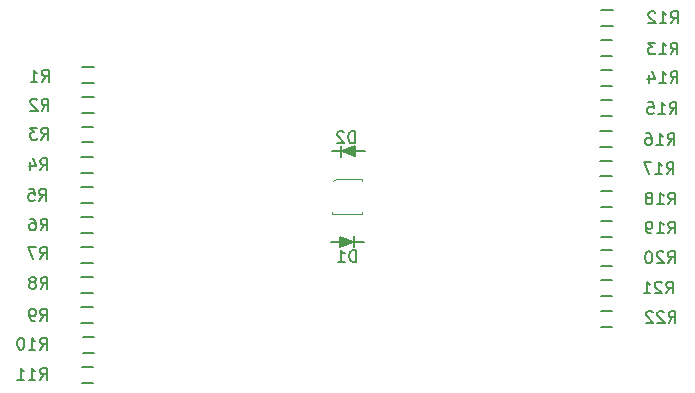
<source format=gbo>
G04 #@! TF.FileFunction,Legend,Bot*
%FSLAX46Y46*%
G04 Gerber Fmt 4.6, Leading zero omitted, Abs format (unit mm)*
G04 Created by KiCad (PCBNEW 4.0.1-stable) date 2/18/2017 12:31:51 AM*
%MOMM*%
G01*
G04 APERTURE LIST*
%ADD10C,0.100000*%
%ADD11C,0.150000*%
%ADD12C,0.050000*%
G04 APERTURE END LIST*
D10*
D11*
X-500000Y3842000D02*
X-1300000Y3842000D01*
X800000Y3842000D02*
X1500000Y3842000D01*
X-100000Y3842000D02*
X600000Y3542000D01*
X600000Y3542000D02*
X0Y3942000D01*
X0Y3942000D02*
X600000Y3642000D01*
X600000Y3642000D02*
X200000Y3942000D01*
X200000Y3942000D02*
X600000Y3742000D01*
X600000Y3742000D02*
X300000Y4042000D01*
X300000Y4042000D02*
X600000Y3842000D01*
X600000Y3842000D02*
X600000Y4142000D01*
X600000Y4142000D02*
X500000Y4042000D01*
X500000Y4042000D02*
X200000Y3942000D01*
X200000Y3942000D02*
X200000Y3842000D01*
X-500000Y3342000D02*
X-500000Y4242000D01*
X700000Y3442000D02*
X700000Y4242000D01*
X700000Y4242000D02*
X-400000Y3842000D01*
X-400000Y3842000D02*
X700000Y3442000D01*
X627000Y-3842000D02*
X1427000Y-3842000D01*
X-673000Y-3842000D02*
X-1373000Y-3842000D01*
X227000Y-3842000D02*
X-473000Y-3542000D01*
X-473000Y-3542000D02*
X127000Y-3942000D01*
X127000Y-3942000D02*
X-473000Y-3642000D01*
X-473000Y-3642000D02*
X-73000Y-3942000D01*
X-73000Y-3942000D02*
X-473000Y-3742000D01*
X-473000Y-3742000D02*
X-173000Y-4042000D01*
X-173000Y-4042000D02*
X-473000Y-3842000D01*
X-473000Y-3842000D02*
X-473000Y-4142000D01*
X-473000Y-4142000D02*
X-373000Y-4042000D01*
X-373000Y-4042000D02*
X-73000Y-3942000D01*
X-73000Y-3942000D02*
X-73000Y-3842000D01*
X627000Y-3342000D02*
X627000Y-4242000D01*
X-573000Y-3442000D02*
X-573000Y-4242000D01*
X-573000Y-4242000D02*
X527000Y-3842000D01*
X527000Y-3842000D02*
X-573000Y-3442000D01*
X-21445600Y10962000D02*
X-22445600Y10962000D01*
X-22445600Y9612000D02*
X-21445600Y9612000D01*
X-21445600Y8396600D02*
X-22445600Y8396600D01*
X-22445600Y7046600D02*
X-21445600Y7046600D01*
X-21471000Y5932800D02*
X-22471000Y5932800D01*
X-22471000Y4582800D02*
X-21471000Y4582800D01*
X-21534500Y3354700D02*
X-22534500Y3354700D01*
X-22534500Y2004700D02*
X-21534500Y2004700D01*
X-21506560Y796920D02*
X-22506560Y796920D01*
X-22506560Y-553080D02*
X-21506560Y-553080D01*
X-21506560Y-1722760D02*
X-22506560Y-1722760D01*
X-22506560Y-3072760D02*
X-21506560Y-3072760D01*
X-21491320Y-4237360D02*
X-22491320Y-4237360D01*
X-22491320Y-5587360D02*
X-21491320Y-5587360D01*
X-21521800Y-6797680D02*
X-22521800Y-6797680D01*
X-22521800Y-8147680D02*
X-21521800Y-8147680D01*
X-21537040Y-9337680D02*
X-22537040Y-9337680D01*
X-22537040Y-10687680D02*
X-21537040Y-10687680D01*
X-21384640Y-11898000D02*
X-22384640Y-11898000D01*
X-22384640Y-13248000D02*
X-21384640Y-13248000D01*
X-21476080Y-14412600D02*
X-22476080Y-14412600D01*
X-22476080Y-15762600D02*
X-21476080Y-15762600D01*
X22500000Y15775000D02*
X21500000Y15775000D01*
X21500000Y14425000D02*
X22500000Y14425000D01*
X22475000Y13250000D02*
X21475000Y13250000D01*
X21475000Y11900000D02*
X22475000Y11900000D01*
X22475000Y10725000D02*
X21475000Y10725000D01*
X21475000Y9375000D02*
X22475000Y9375000D01*
X22475000Y8175000D02*
X21475000Y8175000D01*
X21475000Y6825000D02*
X22475000Y6825000D01*
X22450000Y5575000D02*
X21450000Y5575000D01*
X21450000Y4225000D02*
X22450000Y4225000D01*
X22450000Y3050000D02*
X21450000Y3050000D01*
X21450000Y1700000D02*
X22450000Y1700000D01*
X22475000Y500000D02*
X21475000Y500000D01*
X21475000Y-850000D02*
X22475000Y-850000D01*
X22475000Y-2050000D02*
X21475000Y-2050000D01*
X21475000Y-3400000D02*
X22475000Y-3400000D01*
X22475000Y-4550000D02*
X21475000Y-4550000D01*
X21475000Y-5900000D02*
X22475000Y-5900000D01*
X22475000Y-7075000D02*
X21475000Y-7075000D01*
X21475000Y-8425000D02*
X22475000Y-8425000D01*
X22475000Y-9675000D02*
X21475000Y-9675000D01*
X21475000Y-11025000D02*
X22475000Y-11025000D01*
D12*
X1300000Y-1300000D02*
X1300000Y-1500000D01*
X1300000Y-1500000D02*
X-1300000Y-1500000D01*
X-1300000Y-1500000D02*
X-1300000Y-1300000D01*
X1300000Y1300000D02*
X1300000Y1500000D01*
X1300000Y1500000D02*
X-900000Y1500000D01*
X-900000Y1500000D02*
X-1200000Y1300000D01*
D11*
X672055Y4526019D02*
X672055Y5526019D01*
X433960Y5526019D01*
X291102Y5478400D01*
X195864Y5383162D01*
X148245Y5287924D01*
X100626Y5097448D01*
X100626Y4954590D01*
X148245Y4764114D01*
X195864Y4668876D01*
X291102Y4573638D01*
X433960Y4526019D01*
X672055Y4526019D01*
X-280326Y5430781D02*
X-327945Y5478400D01*
X-423183Y5526019D01*
X-661279Y5526019D01*
X-756517Y5478400D01*
X-804136Y5430781D01*
X-851755Y5335543D01*
X-851755Y5240305D01*
X-804136Y5097448D01*
X-232707Y4526019D01*
X-851755Y4526019D01*
X738095Y-5532381D02*
X738095Y-4532381D01*
X500000Y-4532381D01*
X357142Y-4580000D01*
X261904Y-4675238D01*
X214285Y-4770476D01*
X166666Y-4960952D01*
X166666Y-5103810D01*
X214285Y-5294286D01*
X261904Y-5389524D01*
X357142Y-5484762D01*
X500000Y-5532381D01*
X738095Y-5532381D01*
X-785715Y-5532381D02*
X-214286Y-5532381D01*
X-500000Y-5532381D02*
X-500000Y-4532381D01*
X-404762Y-4675238D01*
X-309524Y-4770476D01*
X-214286Y-4818095D01*
X-25848014Y9727939D02*
X-25514680Y10204130D01*
X-25276585Y9727939D02*
X-25276585Y10727939D01*
X-25657538Y10727939D01*
X-25752776Y10680320D01*
X-25800395Y10632701D01*
X-25848014Y10537463D01*
X-25848014Y10394606D01*
X-25800395Y10299368D01*
X-25752776Y10251749D01*
X-25657538Y10204130D01*
X-25276585Y10204130D01*
X-26800395Y9727939D02*
X-26228966Y9727939D01*
X-26514680Y9727939D02*
X-26514680Y10727939D01*
X-26419442Y10585082D01*
X-26324204Y10489844D01*
X-26228966Y10442225D01*
X-25868334Y7269219D02*
X-25535000Y7745410D01*
X-25296905Y7269219D02*
X-25296905Y8269219D01*
X-25677858Y8269219D01*
X-25773096Y8221600D01*
X-25820715Y8173981D01*
X-25868334Y8078743D01*
X-25868334Y7935886D01*
X-25820715Y7840648D01*
X-25773096Y7793029D01*
X-25677858Y7745410D01*
X-25296905Y7745410D01*
X-26249286Y8173981D02*
X-26296905Y8221600D01*
X-26392143Y8269219D01*
X-26630239Y8269219D01*
X-26725477Y8221600D01*
X-26773096Y8173981D01*
X-26820715Y8078743D01*
X-26820715Y7983505D01*
X-26773096Y7840648D01*
X-26201667Y7269219D01*
X-26820715Y7269219D01*
X-25888654Y4830819D02*
X-25555320Y5307010D01*
X-25317225Y4830819D02*
X-25317225Y5830819D01*
X-25698178Y5830819D01*
X-25793416Y5783200D01*
X-25841035Y5735581D01*
X-25888654Y5640343D01*
X-25888654Y5497486D01*
X-25841035Y5402248D01*
X-25793416Y5354629D01*
X-25698178Y5307010D01*
X-25317225Y5307010D01*
X-26221987Y5830819D02*
X-26841035Y5830819D01*
X-26507701Y5449867D01*
X-26650559Y5449867D01*
X-26745797Y5402248D01*
X-26793416Y5354629D01*
X-26841035Y5259390D01*
X-26841035Y5021295D01*
X-26793416Y4926057D01*
X-26745797Y4878438D01*
X-26650559Y4830819D01*
X-26364844Y4830819D01*
X-26269606Y4878438D01*
X-26221987Y4926057D01*
X-25969934Y2229859D02*
X-25636600Y2706050D01*
X-25398505Y2229859D02*
X-25398505Y3229859D01*
X-25779458Y3229859D01*
X-25874696Y3182240D01*
X-25922315Y3134621D01*
X-25969934Y3039383D01*
X-25969934Y2896526D01*
X-25922315Y2801288D01*
X-25874696Y2753669D01*
X-25779458Y2706050D01*
X-25398505Y2706050D01*
X-26827077Y2896526D02*
X-26827077Y2229859D01*
X-26588981Y3277478D02*
X-26350886Y2563192D01*
X-26969934Y2563192D01*
X-26051214Y-350781D02*
X-25717880Y125410D01*
X-25479785Y-350781D02*
X-25479785Y649219D01*
X-25860738Y649219D01*
X-25955976Y601600D01*
X-26003595Y553981D01*
X-26051214Y458743D01*
X-26051214Y315886D01*
X-26003595Y220648D01*
X-25955976Y173029D01*
X-25860738Y125410D01*
X-25479785Y125410D01*
X-26955976Y649219D02*
X-26479785Y649219D01*
X-26432166Y173029D01*
X-26479785Y220648D01*
X-26575023Y268267D01*
X-26813119Y268267D01*
X-26908357Y220648D01*
X-26955976Y173029D01*
X-27003595Y77790D01*
X-27003595Y-160305D01*
X-26955976Y-255543D01*
X-26908357Y-303162D01*
X-26813119Y-350781D01*
X-26575023Y-350781D01*
X-26479785Y-303162D01*
X-26432166Y-255543D01*
X-25949614Y-2870461D02*
X-25616280Y-2394270D01*
X-25378185Y-2870461D02*
X-25378185Y-1870461D01*
X-25759138Y-1870461D01*
X-25854376Y-1918080D01*
X-25901995Y-1965699D01*
X-25949614Y-2060937D01*
X-25949614Y-2203794D01*
X-25901995Y-2299032D01*
X-25854376Y-2346651D01*
X-25759138Y-2394270D01*
X-25378185Y-2394270D01*
X-26806757Y-1870461D02*
X-26616280Y-1870461D01*
X-26521042Y-1918080D01*
X-26473423Y-1965699D01*
X-26378185Y-2108556D01*
X-26330566Y-2299032D01*
X-26330566Y-2679985D01*
X-26378185Y-2775223D01*
X-26425804Y-2822842D01*
X-26521042Y-2870461D01*
X-26711519Y-2870461D01*
X-26806757Y-2822842D01*
X-26854376Y-2775223D01*
X-26901995Y-2679985D01*
X-26901995Y-2441890D01*
X-26854376Y-2346651D01*
X-26806757Y-2299032D01*
X-26711519Y-2251413D01*
X-26521042Y-2251413D01*
X-26425804Y-2299032D01*
X-26378185Y-2346651D01*
X-26330566Y-2441890D01*
X-26010574Y-5288541D02*
X-25677240Y-4812350D01*
X-25439145Y-5288541D02*
X-25439145Y-4288541D01*
X-25820098Y-4288541D01*
X-25915336Y-4336160D01*
X-25962955Y-4383779D01*
X-26010574Y-4479017D01*
X-26010574Y-4621874D01*
X-25962955Y-4717112D01*
X-25915336Y-4764731D01*
X-25820098Y-4812350D01*
X-25439145Y-4812350D01*
X-26343907Y-4288541D02*
X-27010574Y-4288541D01*
X-26582002Y-5288541D01*
X-25949614Y-7828541D02*
X-25616280Y-7352350D01*
X-25378185Y-7828541D02*
X-25378185Y-6828541D01*
X-25759138Y-6828541D01*
X-25854376Y-6876160D01*
X-25901995Y-6923779D01*
X-25949614Y-7019017D01*
X-25949614Y-7161874D01*
X-25901995Y-7257112D01*
X-25854376Y-7304731D01*
X-25759138Y-7352350D01*
X-25378185Y-7352350D01*
X-26521042Y-7257112D02*
X-26425804Y-7209493D01*
X-26378185Y-7161874D01*
X-26330566Y-7066636D01*
X-26330566Y-7019017D01*
X-26378185Y-6923779D01*
X-26425804Y-6876160D01*
X-26521042Y-6828541D01*
X-26711519Y-6828541D01*
X-26806757Y-6876160D01*
X-26854376Y-6923779D01*
X-26901995Y-7019017D01*
X-26901995Y-7066636D01*
X-26854376Y-7161874D01*
X-26806757Y-7209493D01*
X-26711519Y-7257112D01*
X-26521042Y-7257112D01*
X-26425804Y-7304731D01*
X-26378185Y-7352350D01*
X-26330566Y-7447589D01*
X-26330566Y-7638065D01*
X-26378185Y-7733303D01*
X-26425804Y-7780922D01*
X-26521042Y-7828541D01*
X-26711519Y-7828541D01*
X-26806757Y-7780922D01*
X-26854376Y-7733303D01*
X-26901995Y-7638065D01*
X-26901995Y-7447589D01*
X-26854376Y-7352350D01*
X-26806757Y-7304731D01*
X-26711519Y-7257112D01*
X-25969934Y-10510781D02*
X-25636600Y-10034590D01*
X-25398505Y-10510781D02*
X-25398505Y-9510781D01*
X-25779458Y-9510781D01*
X-25874696Y-9558400D01*
X-25922315Y-9606019D01*
X-25969934Y-9701257D01*
X-25969934Y-9844114D01*
X-25922315Y-9939352D01*
X-25874696Y-9986971D01*
X-25779458Y-10034590D01*
X-25398505Y-10034590D01*
X-26446124Y-10510781D02*
X-26636600Y-10510781D01*
X-26731839Y-10463162D01*
X-26779458Y-10415543D01*
X-26874696Y-10272686D01*
X-26922315Y-10082210D01*
X-26922315Y-9701257D01*
X-26874696Y-9606019D01*
X-26827077Y-9558400D01*
X-26731839Y-9510781D01*
X-26541362Y-9510781D01*
X-26446124Y-9558400D01*
X-26398505Y-9606019D01*
X-26350886Y-9701257D01*
X-26350886Y-9939352D01*
X-26398505Y-10034590D01*
X-26446124Y-10082210D01*
X-26541362Y-10129829D01*
X-26731839Y-10129829D01*
X-26827077Y-10082210D01*
X-26874696Y-10034590D01*
X-26922315Y-9939352D01*
X-26001743Y-12949181D02*
X-25668409Y-12472990D01*
X-25430314Y-12949181D02*
X-25430314Y-11949181D01*
X-25811267Y-11949181D01*
X-25906505Y-11996800D01*
X-25954124Y-12044419D01*
X-26001743Y-12139657D01*
X-26001743Y-12282514D01*
X-25954124Y-12377752D01*
X-25906505Y-12425371D01*
X-25811267Y-12472990D01*
X-25430314Y-12472990D01*
X-26954124Y-12949181D02*
X-26382695Y-12949181D01*
X-26668409Y-12949181D02*
X-26668409Y-11949181D01*
X-26573171Y-12092038D01*
X-26477933Y-12187276D01*
X-26382695Y-12234895D01*
X-27573171Y-11949181D02*
X-27668410Y-11949181D01*
X-27763648Y-11996800D01*
X-27811267Y-12044419D01*
X-27858886Y-12139657D01*
X-27906505Y-12330133D01*
X-27906505Y-12568229D01*
X-27858886Y-12758705D01*
X-27811267Y-12853943D01*
X-27763648Y-12901562D01*
X-27668410Y-12949181D01*
X-27573171Y-12949181D01*
X-27477933Y-12901562D01*
X-27430314Y-12853943D01*
X-27382695Y-12758705D01*
X-27335076Y-12568229D01*
X-27335076Y-12330133D01*
X-27382695Y-12139657D01*
X-27430314Y-12044419D01*
X-27477933Y-11996800D01*
X-27573171Y-11949181D01*
X-26001743Y-15509501D02*
X-25668409Y-15033310D01*
X-25430314Y-15509501D02*
X-25430314Y-14509501D01*
X-25811267Y-14509501D01*
X-25906505Y-14557120D01*
X-25954124Y-14604739D01*
X-26001743Y-14699977D01*
X-26001743Y-14842834D01*
X-25954124Y-14938072D01*
X-25906505Y-14985691D01*
X-25811267Y-15033310D01*
X-25430314Y-15033310D01*
X-26954124Y-15509501D02*
X-26382695Y-15509501D01*
X-26668409Y-15509501D02*
X-26668409Y-14509501D01*
X-26573171Y-14652358D01*
X-26477933Y-14747596D01*
X-26382695Y-14795215D01*
X-27906505Y-15509501D02*
X-27335076Y-15509501D01*
X-27620790Y-15509501D02*
X-27620790Y-14509501D01*
X-27525552Y-14652358D01*
X-27430314Y-14747596D01*
X-27335076Y-14795215D01*
X27419537Y14670779D02*
X27752871Y15146970D01*
X27990966Y14670779D02*
X27990966Y15670779D01*
X27610013Y15670779D01*
X27514775Y15623160D01*
X27467156Y15575541D01*
X27419537Y15480303D01*
X27419537Y15337446D01*
X27467156Y15242208D01*
X27514775Y15194589D01*
X27610013Y15146970D01*
X27990966Y15146970D01*
X26467156Y14670779D02*
X27038585Y14670779D01*
X26752871Y14670779D02*
X26752871Y15670779D01*
X26848109Y15527922D01*
X26943347Y15432684D01*
X27038585Y15385065D01*
X26086204Y15575541D02*
X26038585Y15623160D01*
X25943347Y15670779D01*
X25705251Y15670779D01*
X25610013Y15623160D01*
X25562394Y15575541D01*
X25514775Y15480303D01*
X25514775Y15385065D01*
X25562394Y15242208D01*
X26133823Y14670779D01*
X25514775Y14670779D01*
X27389057Y12034259D02*
X27722391Y12510450D01*
X27960486Y12034259D02*
X27960486Y13034259D01*
X27579533Y13034259D01*
X27484295Y12986640D01*
X27436676Y12939021D01*
X27389057Y12843783D01*
X27389057Y12700926D01*
X27436676Y12605688D01*
X27484295Y12558069D01*
X27579533Y12510450D01*
X27960486Y12510450D01*
X26436676Y12034259D02*
X27008105Y12034259D01*
X26722391Y12034259D02*
X26722391Y13034259D01*
X26817629Y12891402D01*
X26912867Y12796164D01*
X27008105Y12748545D01*
X26103343Y13034259D02*
X25484295Y13034259D01*
X25817629Y12653307D01*
X25674771Y12653307D01*
X25579533Y12605688D01*
X25531914Y12558069D01*
X25484295Y12462830D01*
X25484295Y12224735D01*
X25531914Y12129497D01*
X25579533Y12081878D01*
X25674771Y12034259D01*
X25960486Y12034259D01*
X26055724Y12081878D01*
X26103343Y12129497D01*
X27389057Y9611099D02*
X27722391Y10087290D01*
X27960486Y9611099D02*
X27960486Y10611099D01*
X27579533Y10611099D01*
X27484295Y10563480D01*
X27436676Y10515861D01*
X27389057Y10420623D01*
X27389057Y10277766D01*
X27436676Y10182528D01*
X27484295Y10134909D01*
X27579533Y10087290D01*
X27960486Y10087290D01*
X26436676Y9611099D02*
X27008105Y9611099D01*
X26722391Y9611099D02*
X26722391Y10611099D01*
X26817629Y10468242D01*
X26912867Y10373004D01*
X27008105Y10325385D01*
X25579533Y10277766D02*
X25579533Y9611099D01*
X25817629Y10658718D02*
X26055724Y9944432D01*
X25436676Y9944432D01*
X27312857Y7005059D02*
X27646191Y7481250D01*
X27884286Y7005059D02*
X27884286Y8005059D01*
X27503333Y8005059D01*
X27408095Y7957440D01*
X27360476Y7909821D01*
X27312857Y7814583D01*
X27312857Y7671726D01*
X27360476Y7576488D01*
X27408095Y7528869D01*
X27503333Y7481250D01*
X27884286Y7481250D01*
X26360476Y7005059D02*
X26931905Y7005059D01*
X26646191Y7005059D02*
X26646191Y8005059D01*
X26741429Y7862202D01*
X26836667Y7766964D01*
X26931905Y7719345D01*
X25455714Y8005059D02*
X25931905Y8005059D01*
X25979524Y7528869D01*
X25931905Y7576488D01*
X25836667Y7624107D01*
X25598571Y7624107D01*
X25503333Y7576488D01*
X25455714Y7528869D01*
X25408095Y7433630D01*
X25408095Y7195535D01*
X25455714Y7100297D01*
X25503333Y7052678D01*
X25598571Y7005059D01*
X25836667Y7005059D01*
X25931905Y7052678D01*
X25979524Y7100297D01*
X27145217Y4368539D02*
X27478551Y4844730D01*
X27716646Y4368539D02*
X27716646Y5368539D01*
X27335693Y5368539D01*
X27240455Y5320920D01*
X27192836Y5273301D01*
X27145217Y5178063D01*
X27145217Y5035206D01*
X27192836Y4939968D01*
X27240455Y4892349D01*
X27335693Y4844730D01*
X27716646Y4844730D01*
X26192836Y4368539D02*
X26764265Y4368539D01*
X26478551Y4368539D02*
X26478551Y5368539D01*
X26573789Y5225682D01*
X26669027Y5130444D01*
X26764265Y5082825D01*
X25335693Y5368539D02*
X25526170Y5368539D01*
X25621408Y5320920D01*
X25669027Y5273301D01*
X25764265Y5130444D01*
X25811884Y4939968D01*
X25811884Y4559015D01*
X25764265Y4463777D01*
X25716646Y4416158D01*
X25621408Y4368539D01*
X25430931Y4368539D01*
X25335693Y4416158D01*
X25288074Y4463777D01*
X25240455Y4559015D01*
X25240455Y4797110D01*
X25288074Y4892349D01*
X25335693Y4939968D01*
X25430931Y4987587D01*
X25621408Y4987587D01*
X25716646Y4939968D01*
X25764265Y4892349D01*
X25811884Y4797110D01*
X27053777Y1899659D02*
X27387111Y2375850D01*
X27625206Y1899659D02*
X27625206Y2899659D01*
X27244253Y2899659D01*
X27149015Y2852040D01*
X27101396Y2804421D01*
X27053777Y2709183D01*
X27053777Y2566326D01*
X27101396Y2471088D01*
X27149015Y2423469D01*
X27244253Y2375850D01*
X27625206Y2375850D01*
X26101396Y1899659D02*
X26672825Y1899659D01*
X26387111Y1899659D02*
X26387111Y2899659D01*
X26482349Y2756802D01*
X26577587Y2661564D01*
X26672825Y2613945D01*
X25768063Y2899659D02*
X25101396Y2899659D01*
X25529968Y1899659D01*
X27190937Y-660661D02*
X27524271Y-184470D01*
X27762366Y-660661D02*
X27762366Y339339D01*
X27381413Y339339D01*
X27286175Y291720D01*
X27238556Y244101D01*
X27190937Y148863D01*
X27190937Y6006D01*
X27238556Y-89232D01*
X27286175Y-136851D01*
X27381413Y-184470D01*
X27762366Y-184470D01*
X26238556Y-660661D02*
X26809985Y-660661D01*
X26524271Y-660661D02*
X26524271Y339339D01*
X26619509Y196482D01*
X26714747Y101244D01*
X26809985Y53625D01*
X25667128Y-89232D02*
X25762366Y-41613D01*
X25809985Y6006D01*
X25857604Y101244D01*
X25857604Y148863D01*
X25809985Y244101D01*
X25762366Y291720D01*
X25667128Y339339D01*
X25476651Y339339D01*
X25381413Y291720D01*
X25333794Y244101D01*
X25286175Y148863D01*
X25286175Y101244D01*
X25333794Y6006D01*
X25381413Y-41613D01*
X25476651Y-89232D01*
X25667128Y-89232D01*
X25762366Y-136851D01*
X25809985Y-184470D01*
X25857604Y-279709D01*
X25857604Y-470185D01*
X25809985Y-565423D01*
X25762366Y-613042D01*
X25667128Y-660661D01*
X25476651Y-660661D01*
X25381413Y-613042D01*
X25333794Y-565423D01*
X25286175Y-470185D01*
X25286175Y-279709D01*
X25333794Y-184470D01*
X25381413Y-136851D01*
X25476651Y-89232D01*
X27190937Y-3114301D02*
X27524271Y-2638110D01*
X27762366Y-3114301D02*
X27762366Y-2114301D01*
X27381413Y-2114301D01*
X27286175Y-2161920D01*
X27238556Y-2209539D01*
X27190937Y-2304777D01*
X27190937Y-2447634D01*
X27238556Y-2542872D01*
X27286175Y-2590491D01*
X27381413Y-2638110D01*
X27762366Y-2638110D01*
X26238556Y-3114301D02*
X26809985Y-3114301D01*
X26524271Y-3114301D02*
X26524271Y-2114301D01*
X26619509Y-2257158D01*
X26714747Y-2352396D01*
X26809985Y-2400015D01*
X25762366Y-3114301D02*
X25571890Y-3114301D01*
X25476651Y-3066682D01*
X25429032Y-3019063D01*
X25333794Y-2876206D01*
X25286175Y-2685730D01*
X25286175Y-2304777D01*
X25333794Y-2209539D01*
X25381413Y-2161920D01*
X25476651Y-2114301D01*
X25667128Y-2114301D01*
X25762366Y-2161920D01*
X25809985Y-2209539D01*
X25857604Y-2304777D01*
X25857604Y-2542872D01*
X25809985Y-2638110D01*
X25762366Y-2685730D01*
X25667128Y-2733349D01*
X25476651Y-2733349D01*
X25381413Y-2685730D01*
X25333794Y-2638110D01*
X25286175Y-2542872D01*
X27160457Y-5633981D02*
X27493791Y-5157790D01*
X27731886Y-5633981D02*
X27731886Y-4633981D01*
X27350933Y-4633981D01*
X27255695Y-4681600D01*
X27208076Y-4729219D01*
X27160457Y-4824457D01*
X27160457Y-4967314D01*
X27208076Y-5062552D01*
X27255695Y-5110171D01*
X27350933Y-5157790D01*
X27731886Y-5157790D01*
X26779505Y-4729219D02*
X26731886Y-4681600D01*
X26636648Y-4633981D01*
X26398552Y-4633981D01*
X26303314Y-4681600D01*
X26255695Y-4729219D01*
X26208076Y-4824457D01*
X26208076Y-4919695D01*
X26255695Y-5062552D01*
X26827124Y-5633981D01*
X26208076Y-5633981D01*
X25589029Y-4633981D02*
X25493790Y-4633981D01*
X25398552Y-4681600D01*
X25350933Y-4729219D01*
X25303314Y-4824457D01*
X25255695Y-5014933D01*
X25255695Y-5253029D01*
X25303314Y-5443505D01*
X25350933Y-5538743D01*
X25398552Y-5586362D01*
X25493790Y-5633981D01*
X25589029Y-5633981D01*
X25684267Y-5586362D01*
X25731886Y-5538743D01*
X25779505Y-5443505D01*
X25827124Y-5253029D01*
X25827124Y-5014933D01*
X25779505Y-4824457D01*
X25731886Y-4729219D01*
X25684267Y-4681600D01*
X25589029Y-4633981D01*
X27008057Y-8194301D02*
X27341391Y-7718110D01*
X27579486Y-8194301D02*
X27579486Y-7194301D01*
X27198533Y-7194301D01*
X27103295Y-7241920D01*
X27055676Y-7289539D01*
X27008057Y-7384777D01*
X27008057Y-7527634D01*
X27055676Y-7622872D01*
X27103295Y-7670491D01*
X27198533Y-7718110D01*
X27579486Y-7718110D01*
X26627105Y-7289539D02*
X26579486Y-7241920D01*
X26484248Y-7194301D01*
X26246152Y-7194301D01*
X26150914Y-7241920D01*
X26103295Y-7289539D01*
X26055676Y-7384777D01*
X26055676Y-7480015D01*
X26103295Y-7622872D01*
X26674724Y-8194301D01*
X26055676Y-8194301D01*
X25103295Y-8194301D02*
X25674724Y-8194301D01*
X25389010Y-8194301D02*
X25389010Y-7194301D01*
X25484248Y-7337158D01*
X25579486Y-7432396D01*
X25674724Y-7480015D01*
X27221417Y-10708901D02*
X27554751Y-10232710D01*
X27792846Y-10708901D02*
X27792846Y-9708901D01*
X27411893Y-9708901D01*
X27316655Y-9756520D01*
X27269036Y-9804139D01*
X27221417Y-9899377D01*
X27221417Y-10042234D01*
X27269036Y-10137472D01*
X27316655Y-10185091D01*
X27411893Y-10232710D01*
X27792846Y-10232710D01*
X26840465Y-9804139D02*
X26792846Y-9756520D01*
X26697608Y-9708901D01*
X26459512Y-9708901D01*
X26364274Y-9756520D01*
X26316655Y-9804139D01*
X26269036Y-9899377D01*
X26269036Y-9994615D01*
X26316655Y-10137472D01*
X26888084Y-10708901D01*
X26269036Y-10708901D01*
X25888084Y-9804139D02*
X25840465Y-9756520D01*
X25745227Y-9708901D01*
X25507131Y-9708901D01*
X25411893Y-9756520D01*
X25364274Y-9804139D01*
X25316655Y-9899377D01*
X25316655Y-9994615D01*
X25364274Y-10137472D01*
X25935703Y-10708901D01*
X25316655Y-10708901D01*
M02*

</source>
